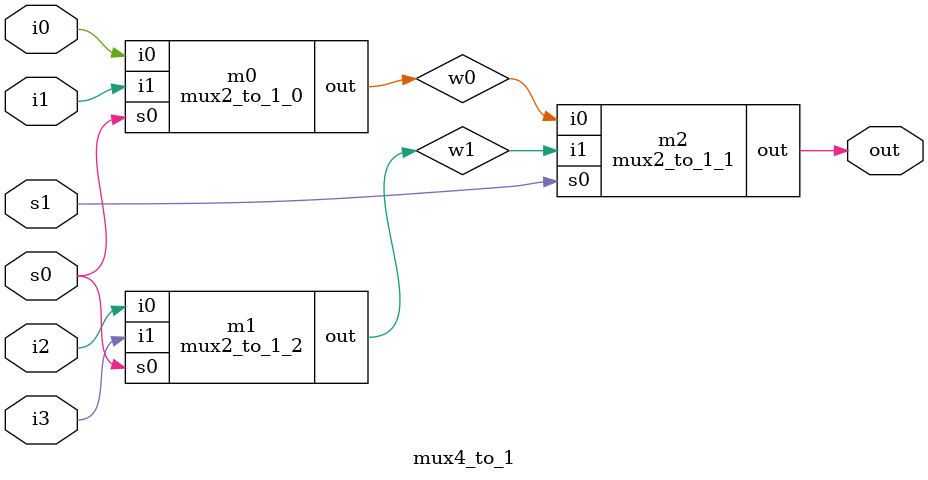
<source format=v>


module mux2_to_1_0 ( out, i0, i1, s0 );
  input i0, i1, s0;
  output out;


  MX2X1 U1 ( .A(i0), .B(i1), .S0(s0), .Y(out) );
endmodule


module mux2_to_1_1 ( out, i0, i1, s0 );
  input i0, i1, s0;
  output out;


  MX2X1 U1 ( .A(i0), .B(i1), .S0(s0), .Y(out) );
endmodule


module mux2_to_1_2 ( out, i0, i1, s0 );
  input i0, i1, s0;
  output out;


  MX2X1 U1 ( .A(i0), .B(i1), .S0(s0), .Y(out) );
endmodule


module mux4_to_1 ( out, i0, i1, i2, i3, s1, s0 );
  input i0, i1, i2, i3, s1, s0;
  output out;
  wire   w0, w1;

  mux2_to_1_0 m0 ( .out(w0), .i0(i0), .i1(i1), .s0(s0) );
  mux2_to_1_2 m1 ( .out(w1), .i0(i2), .i1(i3), .s0(s0) );
  mux2_to_1_1 m2 ( .out(out), .i0(w0), .i1(w1), .s0(s1) );
endmodule


</source>
